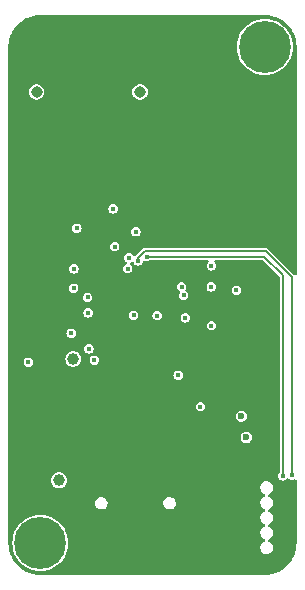
<source format=gbr>
%TF.GenerationSoftware,KiCad,Pcbnew,7.0.2*%
%TF.CreationDate,2023-10-19T19:02:44-04:00*%
%TF.ProjectId,XBee_Joint,58426565-5f4a-46f6-996e-742e6b696361,rev?*%
%TF.SameCoordinates,Original*%
%TF.FileFunction,Copper,L3,Inr*%
%TF.FilePolarity,Positive*%
%FSLAX46Y46*%
G04 Gerber Fmt 4.6, Leading zero omitted, Abs format (unit mm)*
G04 Created by KiCad (PCBNEW 7.0.2) date 2023-10-19 19:02:44*
%MOMM*%
%LPD*%
G01*
G04 APERTURE LIST*
%TA.AperFunction,ComponentPad*%
%ADD10C,4.400000*%
%TD*%
%TA.AperFunction,ComponentPad*%
%ADD11O,1.000000X1.800000*%
%TD*%
%TA.AperFunction,ComponentPad*%
%ADD12O,1.000000X2.100000*%
%TD*%
%TA.AperFunction,ComponentPad*%
%ADD13C,0.600000*%
%TD*%
%TA.AperFunction,ComponentPad*%
%ADD14C,0.970000*%
%TD*%
%TA.AperFunction,ViaPad*%
%ADD15C,0.450000*%
%TD*%
%TA.AperFunction,ViaPad*%
%ADD16C,1.000000*%
%TD*%
%TA.AperFunction,ViaPad*%
%ADD17C,0.600000*%
%TD*%
%TA.AperFunction,Conductor*%
%ADD18C,0.200000*%
%TD*%
G04 APERTURE END LIST*
D10*
%TO.N,N/C*%
%TO.C,H2*%
X88290000Y-104970000D03*
%TD*%
%TO.N,N/C*%
%TO.C,H1*%
X69290000Y-146970000D03*
%TD*%
D11*
%TO.N,GND*%
%TO.C,J2*%
X73020000Y-147295000D03*
D12*
X81660000Y-143115000D03*
D11*
X81660000Y-147295000D03*
D12*
X73020000Y-143115000D03*
%TD*%
D13*
%TO.N,GND*%
%TO.C,U1*%
X80260000Y-126585000D03*
X78985000Y-126585000D03*
X77710000Y-126585000D03*
X80260000Y-125310000D03*
X78985000Y-125310000D03*
X77710000Y-125310000D03*
X80260000Y-124035000D03*
X78985000Y-124035000D03*
X77710000Y-124035000D03*
%TD*%
D14*
%TO.N,N/C*%
%TO.C,AE1*%
X77730000Y-108800000D03*
X68970000Y-108800000D03*
%TD*%
D15*
%TO.N,+3V3*%
X75450000Y-118690000D03*
D16*
%TO.N,GND*%
X68500000Y-141980000D03*
D15*
X89358500Y-131270000D03*
X81160000Y-102840000D03*
X81210000Y-103870000D03*
X81260000Y-104990000D03*
X81290000Y-106130000D03*
X81270000Y-107270000D03*
X81270000Y-108640000D03*
X81320000Y-110060000D03*
X81260000Y-111500000D03*
X81240000Y-112880000D03*
X81270000Y-114310000D03*
X81300000Y-115580000D03*
X80110000Y-115630000D03*
X78780000Y-115630000D03*
X77410000Y-115480000D03*
X75970000Y-115670000D03*
X74470000Y-115690000D03*
X72850000Y-115650000D03*
X71180000Y-115650000D03*
X69410000Y-115670000D03*
X68160000Y-115650000D03*
X66930000Y-115630000D03*
X71610000Y-102570000D03*
X71520000Y-103550000D03*
X71520000Y-104450000D03*
X71530000Y-105290000D03*
X71550000Y-106160000D03*
X71570000Y-107020000D03*
X71580000Y-107930000D03*
X72340000Y-108480000D03*
X72410000Y-109370000D03*
X71990000Y-110120000D03*
X71830000Y-111080000D03*
X71830000Y-112070000D03*
X71830000Y-113110000D03*
X71940000Y-114120000D03*
X72560000Y-114590000D03*
X73550000Y-114550000D03*
X74290000Y-114040000D03*
X74360000Y-113000000D03*
X74360000Y-112020000D03*
X74330000Y-111070000D03*
X74330000Y-110080000D03*
X74220000Y-109260000D03*
X74230000Y-108460000D03*
X75130000Y-107790000D03*
X75120000Y-106930000D03*
X75120000Y-106080000D03*
X75110000Y-105230000D03*
X75120000Y-104400000D03*
X75110000Y-103560000D03*
X75030000Y-102610000D03*
X69880000Y-131790000D03*
%TO.N,+3V3*%
X68270000Y-131660000D03*
D16*
X72080000Y-131400000D03*
X70870000Y-141670000D03*
D15*
%TO.N,GND*%
X85680000Y-141160000D03*
X84140000Y-141210000D03*
X82580000Y-140930000D03*
X85990000Y-146330000D03*
X85990000Y-142500000D03*
%TO.N,/RP_SWD*%
X90600000Y-141260000D03*
%TO.N,/RP_SWCLK*%
X89810000Y-141300000D03*
%TO.N,+1V1*%
X77380000Y-120630000D03*
%TO.N,GND*%
X76570000Y-118760000D03*
X79030000Y-119820000D03*
X81500000Y-116470000D03*
X81540000Y-117420000D03*
X90487200Y-116202800D03*
X84400000Y-126030000D03*
%TO.N,+3V3*%
X83760000Y-125300000D03*
X85890000Y-125580000D03*
X83780000Y-128570000D03*
%TO.N,GND*%
X80930000Y-136440000D03*
D17*
%TO.N,VBUS*%
X86720000Y-138040000D03*
X86300000Y-136250000D03*
D15*
%TO.N,GND*%
X79190000Y-133470000D03*
X80160000Y-133960000D03*
X81760000Y-135320000D03*
%TO.N,+3V3*%
X82850000Y-135430000D03*
D17*
%TO.N,GND*%
X83890000Y-136150000D03*
X86420000Y-124880000D03*
D15*
X80330000Y-120770000D03*
%TO.N,+3V3*%
X72390000Y-120330000D03*
%TO.N,GND*%
X74720000Y-119280000D03*
X74490000Y-120220000D03*
%TO.N,Net-(U1-RUN)*%
X75590000Y-121880000D03*
X76790000Y-122830000D03*
%TO.N,/RP_SWD*%
X77570000Y-123090000D03*
%TO.N,/RP_SWCLK*%
X78280000Y-122740000D03*
%TO.N,+1V1*%
X79180000Y-127730000D03*
X77180000Y-127700000D03*
%TO.N,+3V3*%
X73400000Y-130550000D03*
%TO.N,GND*%
X74960000Y-132520000D03*
X73980000Y-132440000D03*
%TO.N,+3V3*%
X73860000Y-131490000D03*
%TO.N,GND*%
X72350000Y-129930000D03*
X72520000Y-128430000D03*
%TO.N,+3V3*%
X73340000Y-127500000D03*
X73290000Y-126180000D03*
%TO.N,GND*%
X85580000Y-124480000D03*
%TO.N,/DRF_DIO1*%
X81421500Y-125990000D03*
%TO.N,/DRF_BUSY*%
X81250000Y-125280000D03*
%TO.N,/DRF_SW*%
X83780000Y-123520000D03*
%TO.N,/DRF_TXEN*%
X81565483Y-127915483D03*
%TO.N,GND*%
X74300000Y-127150000D03*
%TO.N,/DRF_MISO*%
X71900000Y-129220000D03*
%TO.N,/DRF_MOSI*%
X72115000Y-125395000D03*
%TO.N,/DRF_CS*%
X76690000Y-123740000D03*
%TO.N,/DRF_CLK*%
X72140000Y-123770000D03*
%TO.N,GND*%
X79430000Y-138370000D03*
X75230000Y-138390000D03*
%TO.N,+3V3*%
X80950000Y-132765000D03*
%TD*%
D18*
%TO.N,/RP_SWD*%
X77570000Y-122810775D02*
X77570000Y-123090000D01*
X78110775Y-122270000D02*
X77570000Y-122810775D01*
X88380000Y-122270000D02*
X78110775Y-122270000D01*
X90600000Y-124490000D02*
X88380000Y-122270000D01*
X90600000Y-141260000D02*
X90600000Y-124490000D01*
%TO.N,/RP_SWCLK*%
X88260000Y-122740000D02*
X78280000Y-122740000D01*
X89810000Y-141300000D02*
X89810000Y-124290000D01*
X89810000Y-124290000D02*
X88260000Y-122740000D01*
%TD*%
%TA.AperFunction,Conductor*%
%TO.N,GND*%
G36*
X88293472Y-102270695D02*
G01*
X88585306Y-102287084D01*
X88599103Y-102288638D01*
X88883827Y-102337015D01*
X88897384Y-102340109D01*
X89174899Y-102420060D01*
X89188025Y-102424653D01*
X89454841Y-102535172D01*
X89467355Y-102541198D01*
X89601845Y-102615528D01*
X89720125Y-102680899D01*
X89731899Y-102688297D01*
X89967430Y-102855415D01*
X89978302Y-102864085D01*
X90030672Y-102910886D01*
X90193642Y-103056524D01*
X90203473Y-103066355D01*
X90220422Y-103085321D01*
X90395914Y-103281697D01*
X90404584Y-103292569D01*
X90571702Y-103528100D01*
X90579100Y-103539874D01*
X90718797Y-103792637D01*
X90724830Y-103805165D01*
X90835346Y-104071975D01*
X90839939Y-104085100D01*
X90919890Y-104362615D01*
X90922984Y-104376172D01*
X90971359Y-104660885D01*
X90972916Y-104674703D01*
X90989305Y-104966527D01*
X90989500Y-104973480D01*
X90989500Y-124192941D01*
X90969815Y-124259980D01*
X90917011Y-124305735D01*
X90847853Y-124315679D01*
X90796610Y-124296044D01*
X90782591Y-124286677D01*
X90763800Y-124271255D01*
X88598744Y-122106199D01*
X88583323Y-122087408D01*
X88575019Y-122074981D01*
X88562590Y-122066676D01*
X88562589Y-122066675D01*
X88518872Y-122037464D01*
X88485543Y-122015194D01*
X88406640Y-121999500D01*
X88379999Y-121994200D01*
X88365340Y-121997117D01*
X88341149Y-121999500D01*
X78149625Y-121999500D01*
X78125436Y-121997118D01*
X78110775Y-121994202D01*
X78096114Y-121997118D01*
X78096104Y-121997118D01*
X78005231Y-122015195D01*
X77915754Y-122074981D01*
X77907449Y-122087411D01*
X77892030Y-122106199D01*
X77406198Y-122592030D01*
X77387413Y-122607448D01*
X77374981Y-122615755D01*
X77359893Y-122638336D01*
X77359609Y-122638760D01*
X77350525Y-122652354D01*
X77296909Y-122697155D01*
X77227583Y-122705857D01*
X77164558Y-122675697D01*
X77136943Y-122639749D01*
X77113955Y-122594632D01*
X77025368Y-122506045D01*
X76913738Y-122449167D01*
X76789999Y-122429569D01*
X76666261Y-122449167D01*
X76554631Y-122506045D01*
X76466045Y-122594631D01*
X76409167Y-122706261D01*
X76389569Y-122830000D01*
X76409167Y-122953738D01*
X76466045Y-123065368D01*
X76568520Y-123167843D01*
X76566758Y-123169604D01*
X76595775Y-123197004D01*
X76612576Y-123264824D01*
X76590043Y-123330961D01*
X76544984Y-123370008D01*
X76454631Y-123416045D01*
X76366045Y-123504631D01*
X76309167Y-123616261D01*
X76289569Y-123739999D01*
X76309167Y-123863738D01*
X76366045Y-123975368D01*
X76454631Y-124063954D01*
X76454633Y-124063955D01*
X76566260Y-124120832D01*
X76690000Y-124140430D01*
X76813740Y-124120832D01*
X76925367Y-124063955D01*
X77013955Y-123975367D01*
X77070832Y-123863740D01*
X77090430Y-123740000D01*
X77070832Y-123616260D01*
X77013955Y-123504633D01*
X77013954Y-123504631D01*
X76911480Y-123402157D01*
X76913240Y-123400396D01*
X76884221Y-123372990D01*
X76867424Y-123305169D01*
X76889959Y-123239033D01*
X76935012Y-123199992D01*
X77020739Y-123156312D01*
X77089407Y-123143417D01*
X77154148Y-123169693D01*
X77187518Y-123210503D01*
X77246045Y-123325368D01*
X77334631Y-123413954D01*
X77334633Y-123413955D01*
X77446260Y-123470832D01*
X77570000Y-123490430D01*
X77693740Y-123470832D01*
X77805367Y-123413955D01*
X77893955Y-123325367D01*
X77950832Y-123213740D01*
X77953090Y-123199486D01*
X77983019Y-123136351D01*
X78042330Y-123099419D01*
X78112193Y-123100417D01*
X78131858Y-123108398D01*
X78156260Y-123120832D01*
X78280000Y-123140430D01*
X78403740Y-123120832D01*
X78515367Y-123063955D01*
X78515368Y-123063953D01*
X78532504Y-123046819D01*
X78593827Y-123013334D01*
X78620185Y-123010500D01*
X83430815Y-123010500D01*
X83497854Y-123030185D01*
X83543609Y-123082989D01*
X83553553Y-123152147D01*
X83524528Y-123215703D01*
X83518496Y-123222181D01*
X83456045Y-123284631D01*
X83399167Y-123396261D01*
X83379569Y-123520000D01*
X83399167Y-123643738D01*
X83456045Y-123755368D01*
X83544631Y-123843954D01*
X83544633Y-123843955D01*
X83656260Y-123900832D01*
X83780000Y-123920430D01*
X83903740Y-123900832D01*
X84015367Y-123843955D01*
X84103955Y-123755367D01*
X84160832Y-123643740D01*
X84180430Y-123520000D01*
X84160832Y-123396260D01*
X84103955Y-123284633D01*
X84103954Y-123284631D01*
X84041504Y-123222181D01*
X84008019Y-123160858D01*
X84013003Y-123091166D01*
X84054875Y-123035233D01*
X84120339Y-123010816D01*
X84129185Y-123010500D01*
X88096593Y-123010500D01*
X88163632Y-123030185D01*
X88184274Y-123046819D01*
X89503181Y-124365726D01*
X89536666Y-124427049D01*
X89539500Y-124453407D01*
X89539500Y-140959815D01*
X89519815Y-141026854D01*
X89503181Y-141047496D01*
X89486045Y-141064631D01*
X89429167Y-141176261D01*
X89409569Y-141299999D01*
X89429167Y-141423738D01*
X89486045Y-141535368D01*
X89574631Y-141623954D01*
X89574633Y-141623955D01*
X89686260Y-141680832D01*
X89810000Y-141700430D01*
X89933740Y-141680832D01*
X90045367Y-141623955D01*
X90085368Y-141583954D01*
X90137319Y-141532004D01*
X90198642Y-141498519D01*
X90268334Y-141503503D01*
X90312681Y-141532004D01*
X90364631Y-141583954D01*
X90364633Y-141583955D01*
X90476260Y-141640832D01*
X90600000Y-141660430D01*
X90723740Y-141640832D01*
X90809205Y-141597284D01*
X90877874Y-141584389D01*
X90942615Y-141610665D01*
X90982872Y-141667772D01*
X90989500Y-141707770D01*
X90989500Y-146966519D01*
X90989305Y-146973472D01*
X90972916Y-147265296D01*
X90971359Y-147279114D01*
X90922984Y-147563827D01*
X90919890Y-147577384D01*
X90839939Y-147854899D01*
X90835346Y-147868024D01*
X90724830Y-148134834D01*
X90718797Y-148147362D01*
X90579100Y-148400125D01*
X90571702Y-148411899D01*
X90404584Y-148647430D01*
X90395914Y-148658302D01*
X90203475Y-148873642D01*
X90193642Y-148883475D01*
X89978302Y-149075914D01*
X89967430Y-149084584D01*
X89731899Y-149251702D01*
X89720125Y-149259100D01*
X89467362Y-149398797D01*
X89454834Y-149404830D01*
X89188024Y-149515346D01*
X89174899Y-149519939D01*
X88897384Y-149599890D01*
X88883827Y-149602984D01*
X88599114Y-149651359D01*
X88585296Y-149652916D01*
X88293472Y-149669305D01*
X88286519Y-149669500D01*
X69293481Y-149669500D01*
X69286528Y-149669305D01*
X68994703Y-149652916D01*
X68980885Y-149651359D01*
X68696172Y-149602984D01*
X68682615Y-149599890D01*
X68405100Y-149519939D01*
X68391975Y-149515346D01*
X68125165Y-149404830D01*
X68112637Y-149398797D01*
X67859874Y-149259100D01*
X67848100Y-149251702D01*
X67612569Y-149084584D01*
X67601697Y-149075914D01*
X67386357Y-148883475D01*
X67376524Y-148873642D01*
X67361596Y-148856938D01*
X67184085Y-148658302D01*
X67175415Y-148647430D01*
X67008297Y-148411899D01*
X67000899Y-148400125D01*
X66865101Y-148154416D01*
X66861198Y-148147355D01*
X66855172Y-148134841D01*
X66753619Y-147889670D01*
X66744653Y-147868024D01*
X66740060Y-147854899D01*
X66660109Y-147577384D01*
X66657015Y-147563827D01*
X66644991Y-147493057D01*
X66608638Y-147279103D01*
X66607084Y-147265306D01*
X66590695Y-146973472D01*
X66590598Y-146970000D01*
X66914414Y-146970000D01*
X66934737Y-147280076D01*
X66935527Y-147284047D01*
X66935528Y-147284055D01*
X66994567Y-147580863D01*
X66994569Y-147580870D01*
X66995360Y-147584847D01*
X66996660Y-147588678D01*
X66996664Y-147588691D01*
X67086990Y-147854780D01*
X67095245Y-147879097D01*
X67097038Y-147882733D01*
X67097041Y-147882740D01*
X67230886Y-148154153D01*
X67230892Y-148154164D01*
X67232682Y-148157793D01*
X67234933Y-148161162D01*
X67234936Y-148161167D01*
X67403061Y-148412783D01*
X67405321Y-148416165D01*
X67407996Y-148419215D01*
X67408002Y-148419223D01*
X67452929Y-148470452D01*
X67610207Y-148649793D01*
X67613255Y-148652466D01*
X67840776Y-148851997D01*
X67840782Y-148852001D01*
X67843835Y-148854679D01*
X68102207Y-149027318D01*
X68105840Y-149029109D01*
X68105846Y-149029113D01*
X68377259Y-149162958D01*
X68380903Y-149164755D01*
X68592195Y-149236479D01*
X68671308Y-149263335D01*
X68671310Y-149263335D01*
X68675153Y-149264640D01*
X68979924Y-149325263D01*
X69290000Y-149345586D01*
X69600076Y-149325263D01*
X69904847Y-149264640D01*
X70199097Y-149164755D01*
X70477793Y-149027318D01*
X70736165Y-148854679D01*
X70969793Y-148649793D01*
X71174679Y-148416165D01*
X71347318Y-148157793D01*
X71484755Y-147879097D01*
X71584640Y-147584847D01*
X71617844Y-147417922D01*
X87900118Y-147417922D01*
X87930907Y-147566083D01*
X87930907Y-147566084D01*
X87930908Y-147566085D01*
X88000529Y-147700447D01*
X88055474Y-147759278D01*
X88103821Y-147811045D01*
X88127434Y-147825404D01*
X88233118Y-147889672D01*
X88378835Y-147930500D01*
X88378837Y-147930500D01*
X88487921Y-147930500D01*
X88492158Y-147930500D01*
X88604420Y-147915070D01*
X88743220Y-147854780D01*
X88860608Y-147759278D01*
X88947877Y-147635647D01*
X88998554Y-147493056D01*
X89008881Y-147342079D01*
X88996823Y-147284055D01*
X88978092Y-147193916D01*
X88978092Y-147193915D01*
X88908471Y-147059553D01*
X88805180Y-146948956D01*
X88805179Y-146948955D01*
X88805178Y-146948954D01*
X88718981Y-146896537D01*
X88675882Y-146870328D01*
X88653157Y-146863960D01*
X88593916Y-146826920D01*
X88564105Y-146763729D01*
X88573189Y-146694453D01*
X88618285Y-146641085D01*
X88637209Y-146630827D01*
X88743220Y-146584780D01*
X88860608Y-146489278D01*
X88947877Y-146365647D01*
X88998554Y-146223056D01*
X89008881Y-146072079D01*
X89005801Y-146057259D01*
X88978092Y-145923916D01*
X88978092Y-145923915D01*
X88908471Y-145789553D01*
X88805180Y-145678956D01*
X88805179Y-145678955D01*
X88805178Y-145678954D01*
X88718981Y-145626537D01*
X88675882Y-145600328D01*
X88653157Y-145593960D01*
X88593916Y-145556920D01*
X88564105Y-145493729D01*
X88573189Y-145424453D01*
X88618285Y-145371085D01*
X88637209Y-145360827D01*
X88743220Y-145314780D01*
X88860608Y-145219278D01*
X88947877Y-145095647D01*
X88998554Y-144953056D01*
X89008881Y-144802079D01*
X89003033Y-144773939D01*
X88982548Y-144675360D01*
X88978092Y-144653915D01*
X88908471Y-144519553D01*
X88805180Y-144408956D01*
X88805179Y-144408955D01*
X88805178Y-144408954D01*
X88718981Y-144356537D01*
X88675882Y-144330328D01*
X88653157Y-144323960D01*
X88593916Y-144286920D01*
X88564105Y-144223729D01*
X88573189Y-144154453D01*
X88618285Y-144101085D01*
X88637209Y-144090827D01*
X88743220Y-144044780D01*
X88860608Y-143949278D01*
X88947877Y-143825647D01*
X88998554Y-143683056D01*
X89008881Y-143532079D01*
X89003686Y-143507081D01*
X88978092Y-143383916D01*
X88978092Y-143383915D01*
X88908471Y-143249553D01*
X88805180Y-143138956D01*
X88805179Y-143138955D01*
X88805178Y-143138954D01*
X88718981Y-143086537D01*
X88675882Y-143060328D01*
X88653157Y-143053960D01*
X88593916Y-143016920D01*
X88564105Y-142953729D01*
X88573189Y-142884453D01*
X88618285Y-142831085D01*
X88637209Y-142820827D01*
X88743220Y-142774780D01*
X88860608Y-142679278D01*
X88947877Y-142555647D01*
X88998554Y-142413056D01*
X89008881Y-142262079D01*
X89001355Y-142225864D01*
X88978092Y-142113916D01*
X88978092Y-142113915D01*
X88908471Y-141979553D01*
X88805180Y-141868956D01*
X88805179Y-141868955D01*
X88805178Y-141868954D01*
X88718981Y-141816537D01*
X88675882Y-141790328D01*
X88530165Y-141749500D01*
X88416842Y-141749500D01*
X88412658Y-141750075D01*
X88412644Y-141750076D01*
X88304579Y-141764930D01*
X88165780Y-141825219D01*
X88048392Y-141920721D01*
X87961121Y-142044354D01*
X87910446Y-142186942D01*
X87900118Y-142337922D01*
X87930907Y-142486083D01*
X87930907Y-142486084D01*
X87930908Y-142486085D01*
X88000529Y-142620447D01*
X88055474Y-142679278D01*
X88103821Y-142731045D01*
X88168468Y-142770358D01*
X88233118Y-142809672D01*
X88255840Y-142816038D01*
X88315081Y-142853078D01*
X88344894Y-142916268D01*
X88335811Y-142985544D01*
X88290716Y-143038913D01*
X88271788Y-143049173D01*
X88165779Y-143095220D01*
X88048392Y-143190721D01*
X87961121Y-143314354D01*
X87910446Y-143456942D01*
X87900118Y-143607922D01*
X87930907Y-143756083D01*
X87930907Y-143756084D01*
X87930908Y-143756085D01*
X88000529Y-143890447D01*
X88028966Y-143920895D01*
X88103821Y-144001045D01*
X88168468Y-144040357D01*
X88233118Y-144079672D01*
X88255840Y-144086038D01*
X88315081Y-144123078D01*
X88344894Y-144186268D01*
X88335811Y-144255544D01*
X88290716Y-144308913D01*
X88271788Y-144319173D01*
X88165779Y-144365220D01*
X88048392Y-144460721D01*
X87961121Y-144584354D01*
X87910446Y-144726942D01*
X87900118Y-144877922D01*
X87930907Y-145026083D01*
X87930907Y-145026084D01*
X87930908Y-145026085D01*
X88000529Y-145160447D01*
X88055474Y-145219278D01*
X88103821Y-145271045D01*
X88130935Y-145287533D01*
X88233118Y-145349672D01*
X88255840Y-145356038D01*
X88315081Y-145393078D01*
X88344894Y-145456268D01*
X88335811Y-145525544D01*
X88290716Y-145578913D01*
X88271788Y-145589173D01*
X88165779Y-145635220D01*
X88048392Y-145730721D01*
X87961121Y-145854354D01*
X87910446Y-145996942D01*
X87900118Y-146147922D01*
X87930907Y-146296083D01*
X87930907Y-146296084D01*
X87930908Y-146296085D01*
X88000529Y-146430447D01*
X88055474Y-146489278D01*
X88103821Y-146541045D01*
X88168468Y-146580357D01*
X88233118Y-146619672D01*
X88255840Y-146626038D01*
X88315081Y-146663078D01*
X88344894Y-146726268D01*
X88335811Y-146795544D01*
X88290716Y-146848913D01*
X88271788Y-146859173D01*
X88165779Y-146905220D01*
X88048392Y-147000721D01*
X87961121Y-147124354D01*
X87910446Y-147266942D01*
X87900118Y-147417922D01*
X71617844Y-147417922D01*
X71645263Y-147280076D01*
X71665586Y-146970000D01*
X71645263Y-146659924D01*
X71584640Y-146355153D01*
X71484755Y-146060903D01*
X71417201Y-145923916D01*
X71349113Y-145785846D01*
X71349109Y-145785840D01*
X71347318Y-145782207D01*
X71174679Y-145523835D01*
X71172001Y-145520782D01*
X71171997Y-145520776D01*
X70972466Y-145293255D01*
X70969793Y-145290207D01*
X70888914Y-145219278D01*
X70739223Y-145088002D01*
X70739215Y-145087996D01*
X70736165Y-145085321D01*
X70732783Y-145083061D01*
X70481167Y-144914936D01*
X70481162Y-144914933D01*
X70477793Y-144912682D01*
X70474164Y-144910892D01*
X70474153Y-144910886D01*
X70202740Y-144777041D01*
X70202733Y-144777038D01*
X70199097Y-144775245D01*
X70195250Y-144773939D01*
X69908691Y-144676664D01*
X69908678Y-144676660D01*
X69904847Y-144675360D01*
X69900870Y-144674569D01*
X69900863Y-144674567D01*
X69604055Y-144615528D01*
X69604047Y-144615527D01*
X69600076Y-144614737D01*
X69290000Y-144594414D01*
X69285957Y-144594679D01*
X68983966Y-144614472D01*
X68983964Y-144614472D01*
X68979924Y-144614737D01*
X68975954Y-144615526D01*
X68975944Y-144615528D01*
X68679136Y-144674567D01*
X68679125Y-144674569D01*
X68675153Y-144675360D01*
X68671324Y-144676659D01*
X68671308Y-144676664D01*
X68384749Y-144773939D01*
X68384742Y-144773941D01*
X68380903Y-144775245D01*
X68377271Y-144777035D01*
X68377259Y-144777041D01*
X68105846Y-144910886D01*
X68105828Y-144910895D01*
X68102207Y-144912682D01*
X68098844Y-144914928D01*
X68098832Y-144914936D01*
X67847216Y-145083061D01*
X67847207Y-145083067D01*
X67843835Y-145085321D01*
X67840791Y-145087990D01*
X67840776Y-145088002D01*
X67613255Y-145287533D01*
X67613247Y-145287540D01*
X67610207Y-145290207D01*
X67607540Y-145293247D01*
X67607533Y-145293255D01*
X67408002Y-145520776D01*
X67407990Y-145520791D01*
X67405321Y-145523835D01*
X67403067Y-145527207D01*
X67403061Y-145527216D01*
X67234936Y-145778832D01*
X67234928Y-145778844D01*
X67232682Y-145782207D01*
X67230895Y-145785828D01*
X67230886Y-145785846D01*
X67097041Y-146057259D01*
X67097035Y-146057271D01*
X67095245Y-146060903D01*
X67093941Y-146064742D01*
X67093939Y-146064749D01*
X66996664Y-146351308D01*
X66996659Y-146351324D01*
X66995360Y-146355153D01*
X66994569Y-146359125D01*
X66994567Y-146359136D01*
X66935528Y-146655944D01*
X66935526Y-146655954D01*
X66934737Y-146659924D01*
X66914414Y-146970000D01*
X66590598Y-146970000D01*
X66590500Y-146966519D01*
X66590500Y-146871051D01*
X66590499Y-146871042D01*
X66590499Y-143651197D01*
X73920796Y-143651197D01*
X73950186Y-143792634D01*
X74016646Y-143920896D01*
X74115244Y-144026469D01*
X74238670Y-144101526D01*
X74377772Y-144140500D01*
X74481712Y-144140500D01*
X74485949Y-144140500D01*
X74593111Y-144125771D01*
X74725609Y-144068219D01*
X74837665Y-143977054D01*
X74920971Y-143859037D01*
X74969346Y-143722921D01*
X74974252Y-143651197D01*
X79700796Y-143651197D01*
X79730186Y-143792634D01*
X79796646Y-143920896D01*
X79895244Y-144026469D01*
X80018670Y-144101526D01*
X80157772Y-144140500D01*
X80261712Y-144140500D01*
X80265949Y-144140500D01*
X80373111Y-144125771D01*
X80505609Y-144068219D01*
X80617665Y-143977054D01*
X80700971Y-143859037D01*
X80749346Y-143722921D01*
X80759204Y-143578801D01*
X80729814Y-143437366D01*
X80663354Y-143309105D01*
X80663353Y-143309103D01*
X80564755Y-143203530D01*
X80441329Y-143128473D01*
X80302228Y-143089500D01*
X80194051Y-143089500D01*
X80189867Y-143090075D01*
X80189853Y-143090076D01*
X80086889Y-143104229D01*
X79954391Y-143161781D01*
X79842333Y-143252946D01*
X79759030Y-143370960D01*
X79710653Y-143507081D01*
X79700796Y-143651197D01*
X74974252Y-143651197D01*
X74979204Y-143578801D01*
X74949814Y-143437366D01*
X74883354Y-143309105D01*
X74883353Y-143309103D01*
X74784755Y-143203530D01*
X74661329Y-143128473D01*
X74522228Y-143089500D01*
X74414051Y-143089500D01*
X74409867Y-143090075D01*
X74409853Y-143090076D01*
X74306889Y-143104229D01*
X74174391Y-143161781D01*
X74062333Y-143252946D01*
X73979030Y-143370960D01*
X73930653Y-143507081D01*
X73920796Y-143651197D01*
X66590499Y-143651197D01*
X66590499Y-141670000D01*
X70194574Y-141670000D01*
X70214202Y-141831640D01*
X70271941Y-141983886D01*
X70364437Y-142117891D01*
X70486312Y-142225862D01*
X70486313Y-142225862D01*
X70486315Y-142225864D01*
X70630491Y-142301533D01*
X70788587Y-142340500D01*
X70788588Y-142340500D01*
X70951412Y-142340500D01*
X70951413Y-142340500D01*
X71109509Y-142301533D01*
X71253685Y-142225864D01*
X71375563Y-142117890D01*
X71468059Y-141983886D01*
X71525798Y-141831640D01*
X71545425Y-141670000D01*
X71525798Y-141508360D01*
X71468059Y-141356114D01*
X71426549Y-141295977D01*
X71375562Y-141222108D01*
X71253687Y-141114137D01*
X71109507Y-141038466D01*
X70983854Y-141007496D01*
X70951413Y-140999500D01*
X70788587Y-140999500D01*
X70756146Y-141007496D01*
X70630492Y-141038466D01*
X70486312Y-141114137D01*
X70364437Y-141222108D01*
X70271941Y-141356113D01*
X70214202Y-141508359D01*
X70194574Y-141670000D01*
X66590499Y-141670000D01*
X66590499Y-138040000D01*
X86244662Y-138040000D01*
X86263917Y-138173920D01*
X86320118Y-138296984D01*
X86320119Y-138296985D01*
X86320120Y-138296987D01*
X86408720Y-138399236D01*
X86522537Y-138472383D01*
X86652352Y-138510500D01*
X86787648Y-138510500D01*
X86917463Y-138472383D01*
X87031280Y-138399236D01*
X87119880Y-138296987D01*
X87176083Y-138173918D01*
X87195338Y-138040000D01*
X87176083Y-137906082D01*
X87119880Y-137783013D01*
X87031280Y-137680764D01*
X87031279Y-137680763D01*
X86917463Y-137607617D01*
X86787648Y-137569500D01*
X86652352Y-137569500D01*
X86522536Y-137607617D01*
X86408720Y-137680763D01*
X86320118Y-137783015D01*
X86263917Y-137906079D01*
X86244662Y-138040000D01*
X66590499Y-138040000D01*
X66590499Y-136250000D01*
X85824662Y-136250000D01*
X85843917Y-136383920D01*
X85900118Y-136506984D01*
X85900119Y-136506985D01*
X85900120Y-136506987D01*
X85988720Y-136609236D01*
X86102537Y-136682383D01*
X86232352Y-136720500D01*
X86367648Y-136720500D01*
X86497463Y-136682383D01*
X86611280Y-136609236D01*
X86699880Y-136506987D01*
X86756083Y-136383918D01*
X86775338Y-136250000D01*
X86756083Y-136116082D01*
X86699880Y-135993013D01*
X86611280Y-135890764D01*
X86611279Y-135890763D01*
X86497463Y-135817617D01*
X86367648Y-135779500D01*
X86232352Y-135779500D01*
X86102536Y-135817617D01*
X85988720Y-135890763D01*
X85900118Y-135993015D01*
X85843917Y-136116079D01*
X85824662Y-136250000D01*
X66590499Y-136250000D01*
X66590499Y-135430000D01*
X82449569Y-135430000D01*
X82469167Y-135553738D01*
X82526045Y-135665368D01*
X82614631Y-135753954D01*
X82614633Y-135753955D01*
X82726260Y-135810832D01*
X82850000Y-135830430D01*
X82973740Y-135810832D01*
X83085367Y-135753955D01*
X83173955Y-135665367D01*
X83230832Y-135553740D01*
X83250430Y-135430000D01*
X83230832Y-135306260D01*
X83173955Y-135194633D01*
X83173954Y-135194631D01*
X83085368Y-135106045D01*
X82973738Y-135049167D01*
X82850000Y-135029569D01*
X82726261Y-135049167D01*
X82614631Y-135106045D01*
X82526045Y-135194631D01*
X82469167Y-135306261D01*
X82449569Y-135430000D01*
X66590499Y-135430000D01*
X66590499Y-132764999D01*
X80549569Y-132764999D01*
X80569167Y-132888738D01*
X80626045Y-133000368D01*
X80714631Y-133088954D01*
X80714633Y-133088955D01*
X80826260Y-133145832D01*
X80888129Y-133155631D01*
X80949999Y-133165430D01*
X80949999Y-133165429D01*
X80950000Y-133165430D01*
X81073740Y-133145832D01*
X81185367Y-133088955D01*
X81273955Y-133000367D01*
X81330832Y-132888740D01*
X81350430Y-132765000D01*
X81330832Y-132641260D01*
X81273955Y-132529633D01*
X81273954Y-132529631D01*
X81185368Y-132441045D01*
X81073738Y-132384167D01*
X80949999Y-132364569D01*
X80826261Y-132384167D01*
X80714631Y-132441045D01*
X80626045Y-132529631D01*
X80569167Y-132641261D01*
X80549569Y-132764999D01*
X66590499Y-132764999D01*
X66590499Y-131659999D01*
X67869569Y-131659999D01*
X67889167Y-131783738D01*
X67946045Y-131895368D01*
X68034631Y-131983954D01*
X68034633Y-131983955D01*
X68146260Y-132040832D01*
X68208130Y-132050630D01*
X68269999Y-132060430D01*
X68269999Y-132060429D01*
X68270000Y-132060430D01*
X68393740Y-132040832D01*
X68505367Y-131983955D01*
X68593955Y-131895367D01*
X68650832Y-131783740D01*
X68670430Y-131660000D01*
X68650832Y-131536260D01*
X68593955Y-131424633D01*
X68593954Y-131424631D01*
X68569322Y-131399999D01*
X71404574Y-131399999D01*
X71424202Y-131561640D01*
X71481941Y-131713886D01*
X71574437Y-131847891D01*
X71696312Y-131955862D01*
X71696313Y-131955862D01*
X71696315Y-131955864D01*
X71840491Y-132031533D01*
X71998587Y-132070500D01*
X71998588Y-132070500D01*
X72161412Y-132070500D01*
X72161413Y-132070500D01*
X72319509Y-132031533D01*
X72463685Y-131955864D01*
X72585563Y-131847890D01*
X72678059Y-131713886D01*
X72735798Y-131561640D01*
X72744497Y-131490000D01*
X73459569Y-131490000D01*
X73479167Y-131613738D01*
X73536045Y-131725368D01*
X73624631Y-131813954D01*
X73624633Y-131813955D01*
X73736260Y-131870832D01*
X73860000Y-131890430D01*
X73983740Y-131870832D01*
X74095367Y-131813955D01*
X74183955Y-131725367D01*
X74240832Y-131613740D01*
X74260430Y-131490000D01*
X74240832Y-131366260D01*
X74183955Y-131254633D01*
X74183954Y-131254631D01*
X74095368Y-131166045D01*
X73983738Y-131109167D01*
X73860000Y-131089569D01*
X73736261Y-131109167D01*
X73624631Y-131166045D01*
X73536045Y-131254631D01*
X73479167Y-131366261D01*
X73459569Y-131490000D01*
X72744497Y-131490000D01*
X72755425Y-131400000D01*
X72735798Y-131238360D01*
X72678059Y-131086114D01*
X72585563Y-130952110D01*
X72585562Y-130952108D01*
X72463687Y-130844137D01*
X72319507Y-130768466D01*
X72213124Y-130742245D01*
X72161413Y-130729500D01*
X71998587Y-130729500D01*
X71959621Y-130739104D01*
X71840492Y-130768466D01*
X71696312Y-130844137D01*
X71574437Y-130952108D01*
X71481941Y-131086113D01*
X71424202Y-131238359D01*
X71404574Y-131399999D01*
X68569322Y-131399999D01*
X68505368Y-131336045D01*
X68393738Y-131279167D01*
X68269999Y-131259569D01*
X68146261Y-131279167D01*
X68034631Y-131336045D01*
X67946045Y-131424631D01*
X67889167Y-131536261D01*
X67869569Y-131659999D01*
X66590499Y-131659999D01*
X66590499Y-130550000D01*
X72999569Y-130550000D01*
X73019167Y-130673738D01*
X73076045Y-130785368D01*
X73164631Y-130873954D01*
X73164633Y-130873955D01*
X73276260Y-130930832D01*
X73400000Y-130950430D01*
X73523740Y-130930832D01*
X73635367Y-130873955D01*
X73723955Y-130785367D01*
X73780832Y-130673740D01*
X73800430Y-130550000D01*
X73780832Y-130426260D01*
X73723955Y-130314633D01*
X73723954Y-130314631D01*
X73635368Y-130226045D01*
X73523738Y-130169167D01*
X73400000Y-130149569D01*
X73276261Y-130169167D01*
X73164631Y-130226045D01*
X73076045Y-130314631D01*
X73019167Y-130426261D01*
X72999569Y-130550000D01*
X66590499Y-130550000D01*
X66590499Y-129219999D01*
X71499569Y-129219999D01*
X71519167Y-129343738D01*
X71576045Y-129455368D01*
X71664631Y-129543954D01*
X71664633Y-129543955D01*
X71776260Y-129600832D01*
X71900000Y-129620430D01*
X72023740Y-129600832D01*
X72135367Y-129543955D01*
X72223955Y-129455367D01*
X72280832Y-129343740D01*
X72300430Y-129220000D01*
X72280832Y-129096260D01*
X72223955Y-128984633D01*
X72223954Y-128984631D01*
X72135368Y-128896045D01*
X72023738Y-128839167D01*
X71900000Y-128819569D01*
X71776261Y-128839167D01*
X71664631Y-128896045D01*
X71576045Y-128984631D01*
X71519167Y-129096261D01*
X71499569Y-129219999D01*
X66590499Y-129219999D01*
X66590499Y-128570000D01*
X83379569Y-128570000D01*
X83399167Y-128693738D01*
X83456045Y-128805368D01*
X83544631Y-128893954D01*
X83544633Y-128893955D01*
X83656260Y-128950832D01*
X83780000Y-128970430D01*
X83903740Y-128950832D01*
X84015367Y-128893955D01*
X84103955Y-128805367D01*
X84160832Y-128693740D01*
X84180430Y-128570000D01*
X84160832Y-128446260D01*
X84103955Y-128334633D01*
X84103954Y-128334631D01*
X84015368Y-128246045D01*
X83903738Y-128189167D01*
X83780000Y-128169569D01*
X83656261Y-128189167D01*
X83544631Y-128246045D01*
X83456045Y-128334631D01*
X83399167Y-128446261D01*
X83379569Y-128570000D01*
X66590499Y-128570000D01*
X66590499Y-127499999D01*
X72939569Y-127499999D01*
X72959167Y-127623738D01*
X73016045Y-127735368D01*
X73104631Y-127823954D01*
X73104633Y-127823955D01*
X73216260Y-127880832D01*
X73340000Y-127900430D01*
X73463740Y-127880832D01*
X73575367Y-127823955D01*
X73663955Y-127735367D01*
X73681976Y-127699999D01*
X76779569Y-127699999D01*
X76799167Y-127823738D01*
X76856045Y-127935368D01*
X76944631Y-128023954D01*
X76944633Y-128023955D01*
X77056260Y-128080832D01*
X77180000Y-128100430D01*
X77303740Y-128080832D01*
X77415367Y-128023955D01*
X77503955Y-127935367D01*
X77560832Y-127823740D01*
X77575679Y-127730000D01*
X78779569Y-127730000D01*
X78799167Y-127853738D01*
X78856045Y-127965368D01*
X78944631Y-128053954D01*
X78944633Y-128053955D01*
X79056260Y-128110832D01*
X79180000Y-128130430D01*
X79303740Y-128110832D01*
X79415367Y-128053955D01*
X79503955Y-127965367D01*
X79529372Y-127915483D01*
X81165052Y-127915483D01*
X81184650Y-128039221D01*
X81241528Y-128150851D01*
X81330114Y-128239437D01*
X81330116Y-128239438D01*
X81441743Y-128296315D01*
X81565483Y-128315913D01*
X81689223Y-128296315D01*
X81800850Y-128239438D01*
X81889438Y-128150850D01*
X81946315Y-128039223D01*
X81965913Y-127915483D01*
X81946315Y-127791743D01*
X81889438Y-127680116D01*
X81889437Y-127680114D01*
X81800851Y-127591528D01*
X81689221Y-127534650D01*
X81565483Y-127515052D01*
X81441744Y-127534650D01*
X81330114Y-127591528D01*
X81241528Y-127680114D01*
X81184650Y-127791744D01*
X81165052Y-127915483D01*
X79529372Y-127915483D01*
X79560832Y-127853740D01*
X79580430Y-127730000D01*
X79560832Y-127606260D01*
X79503955Y-127494633D01*
X79503954Y-127494631D01*
X79415368Y-127406045D01*
X79303738Y-127349167D01*
X79180000Y-127329569D01*
X79056261Y-127349167D01*
X78944631Y-127406045D01*
X78856045Y-127494631D01*
X78799167Y-127606261D01*
X78779569Y-127730000D01*
X77575679Y-127730000D01*
X77580430Y-127700000D01*
X77560832Y-127576260D01*
X77503955Y-127464633D01*
X77503954Y-127464631D01*
X77415368Y-127376045D01*
X77303738Y-127319167D01*
X77180000Y-127299569D01*
X77056261Y-127319167D01*
X76944631Y-127376045D01*
X76856045Y-127464631D01*
X76799167Y-127576261D01*
X76779569Y-127699999D01*
X73681976Y-127699999D01*
X73720832Y-127623740D01*
X73740430Y-127500000D01*
X73720832Y-127376260D01*
X73663955Y-127264633D01*
X73663954Y-127264631D01*
X73575368Y-127176045D01*
X73463738Y-127119167D01*
X73340000Y-127099569D01*
X73216261Y-127119167D01*
X73104631Y-127176045D01*
X73016045Y-127264631D01*
X72959167Y-127376261D01*
X72939569Y-127499999D01*
X66590499Y-127499999D01*
X66590499Y-126179999D01*
X72889569Y-126179999D01*
X72909167Y-126303738D01*
X72966045Y-126415368D01*
X73054631Y-126503954D01*
X73054633Y-126503955D01*
X73166260Y-126560832D01*
X73290000Y-126580430D01*
X73413740Y-126560832D01*
X73525367Y-126503955D01*
X73613955Y-126415367D01*
X73670832Y-126303740D01*
X73690430Y-126180000D01*
X73670832Y-126056260D01*
X73613955Y-125944633D01*
X73613954Y-125944631D01*
X73525368Y-125856045D01*
X73413738Y-125799167D01*
X73290000Y-125779569D01*
X73166261Y-125799167D01*
X73054631Y-125856045D01*
X72966045Y-125944631D01*
X72909167Y-126056261D01*
X72889569Y-126179999D01*
X66590499Y-126179999D01*
X66590499Y-125395000D01*
X71714569Y-125395000D01*
X71734167Y-125518738D01*
X71791045Y-125630368D01*
X71879631Y-125718954D01*
X71879633Y-125718955D01*
X71991260Y-125775832D01*
X72115000Y-125795430D01*
X72238740Y-125775832D01*
X72350367Y-125718955D01*
X72438955Y-125630367D01*
X72495832Y-125518740D01*
X72515430Y-125395000D01*
X72497216Y-125280000D01*
X80849569Y-125280000D01*
X80869167Y-125403738D01*
X80926045Y-125515368D01*
X81014632Y-125603955D01*
X81030920Y-125612254D01*
X81081716Y-125660228D01*
X81098512Y-125728049D01*
X81085111Y-125779033D01*
X81040667Y-125866259D01*
X81021069Y-125990000D01*
X81040667Y-126113738D01*
X81097545Y-126225368D01*
X81186131Y-126313954D01*
X81186133Y-126313955D01*
X81297760Y-126370832D01*
X81421500Y-126390430D01*
X81545240Y-126370832D01*
X81656867Y-126313955D01*
X81745455Y-126225367D01*
X81802332Y-126113740D01*
X81821930Y-125990000D01*
X81802332Y-125866260D01*
X81745455Y-125754633D01*
X81745454Y-125754631D01*
X81656867Y-125666044D01*
X81640578Y-125657745D01*
X81589782Y-125609771D01*
X81572986Y-125541951D01*
X81586386Y-125490968D01*
X81630832Y-125403740D01*
X81647263Y-125299999D01*
X83359569Y-125299999D01*
X83379167Y-125423738D01*
X83436045Y-125535368D01*
X83524631Y-125623954D01*
X83524633Y-125623955D01*
X83636260Y-125680832D01*
X83760000Y-125700430D01*
X83883740Y-125680832D01*
X83995367Y-125623955D01*
X84039323Y-125579999D01*
X85489569Y-125579999D01*
X85509167Y-125703738D01*
X85566045Y-125815368D01*
X85654631Y-125903954D01*
X85654633Y-125903955D01*
X85766260Y-125960832D01*
X85890000Y-125980430D01*
X86013740Y-125960832D01*
X86125367Y-125903955D01*
X86213955Y-125815367D01*
X86270832Y-125703740D01*
X86290430Y-125580000D01*
X86270832Y-125456260D01*
X86213955Y-125344633D01*
X86213954Y-125344631D01*
X86125368Y-125256045D01*
X86013738Y-125199167D01*
X85890000Y-125179569D01*
X85766261Y-125199167D01*
X85654631Y-125256045D01*
X85566045Y-125344631D01*
X85509167Y-125456261D01*
X85489569Y-125579999D01*
X84039323Y-125579999D01*
X84083955Y-125535367D01*
X84140832Y-125423740D01*
X84160430Y-125300000D01*
X84140832Y-125176260D01*
X84083955Y-125064633D01*
X84083954Y-125064631D01*
X83995368Y-124976045D01*
X83883738Y-124919167D01*
X83760000Y-124899569D01*
X83636261Y-124919167D01*
X83524631Y-124976045D01*
X83436045Y-125064631D01*
X83379167Y-125176261D01*
X83359569Y-125299999D01*
X81647263Y-125299999D01*
X81650430Y-125280000D01*
X81630832Y-125156260D01*
X81573955Y-125044633D01*
X81573954Y-125044631D01*
X81485368Y-124956045D01*
X81373738Y-124899167D01*
X81250000Y-124879569D01*
X81126261Y-124899167D01*
X81014631Y-124956045D01*
X80926045Y-125044631D01*
X80869167Y-125156261D01*
X80849569Y-125280000D01*
X72497216Y-125280000D01*
X72495832Y-125271260D01*
X72438955Y-125159633D01*
X72438954Y-125159631D01*
X72350368Y-125071045D01*
X72238738Y-125014167D01*
X72115000Y-124994569D01*
X71991261Y-125014167D01*
X71879631Y-125071045D01*
X71791045Y-125159631D01*
X71734167Y-125271261D01*
X71714569Y-125395000D01*
X66590499Y-125395000D01*
X66590499Y-123770000D01*
X71739569Y-123770000D01*
X71759167Y-123893738D01*
X71816045Y-124005368D01*
X71904631Y-124093954D01*
X71904633Y-124093955D01*
X72016260Y-124150832D01*
X72140000Y-124170430D01*
X72263740Y-124150832D01*
X72375367Y-124093955D01*
X72463955Y-124005367D01*
X72520832Y-123893740D01*
X72540430Y-123770000D01*
X72520832Y-123646260D01*
X72463955Y-123534633D01*
X72463954Y-123534631D01*
X72375368Y-123446045D01*
X72263738Y-123389167D01*
X72140000Y-123369569D01*
X72016261Y-123389167D01*
X71904631Y-123446045D01*
X71816045Y-123534631D01*
X71759167Y-123646261D01*
X71739569Y-123770000D01*
X66590499Y-123770000D01*
X66590499Y-121880000D01*
X75189569Y-121880000D01*
X75209167Y-122003738D01*
X75266045Y-122115368D01*
X75354631Y-122203954D01*
X75354633Y-122203955D01*
X75466260Y-122260832D01*
X75528130Y-122270631D01*
X75589999Y-122280430D01*
X75589999Y-122280429D01*
X75590000Y-122280430D01*
X75713740Y-122260832D01*
X75825367Y-122203955D01*
X75913955Y-122115367D01*
X75970832Y-122003740D01*
X75990430Y-121880000D01*
X75970832Y-121756260D01*
X75913955Y-121644633D01*
X75913954Y-121644631D01*
X75825368Y-121556045D01*
X75713738Y-121499167D01*
X75589999Y-121479569D01*
X75466261Y-121499167D01*
X75354631Y-121556045D01*
X75266045Y-121644631D01*
X75209167Y-121756261D01*
X75189569Y-121880000D01*
X66590499Y-121880000D01*
X66590499Y-120330000D01*
X71989569Y-120330000D01*
X72009167Y-120453738D01*
X72066045Y-120565368D01*
X72154631Y-120653954D01*
X72154633Y-120653955D01*
X72266260Y-120710832D01*
X72328129Y-120720631D01*
X72389999Y-120730430D01*
X72389999Y-120730429D01*
X72390000Y-120730430D01*
X72513740Y-120710832D01*
X72625367Y-120653955D01*
X72649322Y-120630000D01*
X76979569Y-120630000D01*
X76999167Y-120753738D01*
X77056045Y-120865368D01*
X77144631Y-120953954D01*
X77144633Y-120953955D01*
X77256260Y-121010832D01*
X77380000Y-121030430D01*
X77503740Y-121010832D01*
X77615367Y-120953955D01*
X77703955Y-120865367D01*
X77760832Y-120753740D01*
X77780430Y-120630000D01*
X77760832Y-120506260D01*
X77703955Y-120394633D01*
X77703954Y-120394631D01*
X77615368Y-120306045D01*
X77503738Y-120249167D01*
X77380000Y-120229569D01*
X77256261Y-120249167D01*
X77144631Y-120306045D01*
X77056045Y-120394631D01*
X76999167Y-120506261D01*
X76979569Y-120630000D01*
X72649322Y-120630000D01*
X72713955Y-120565367D01*
X72770832Y-120453740D01*
X72790430Y-120330000D01*
X72770832Y-120206260D01*
X72713955Y-120094633D01*
X72713954Y-120094631D01*
X72625368Y-120006045D01*
X72513738Y-119949167D01*
X72389999Y-119929569D01*
X72266261Y-119949167D01*
X72154631Y-120006045D01*
X72066045Y-120094631D01*
X72009167Y-120206261D01*
X71989569Y-120330000D01*
X66590499Y-120330000D01*
X66590499Y-118690000D01*
X75049569Y-118690000D01*
X75069167Y-118813738D01*
X75126045Y-118925368D01*
X75214631Y-119013954D01*
X75214633Y-119013955D01*
X75326260Y-119070832D01*
X75450000Y-119090430D01*
X75573740Y-119070832D01*
X75685367Y-119013955D01*
X75773955Y-118925367D01*
X75830832Y-118813740D01*
X75850430Y-118690000D01*
X75830832Y-118566260D01*
X75773955Y-118454633D01*
X75773954Y-118454631D01*
X75685368Y-118366045D01*
X75573738Y-118309167D01*
X75450000Y-118289569D01*
X75326261Y-118309167D01*
X75214631Y-118366045D01*
X75126045Y-118454631D01*
X75069167Y-118566261D01*
X75049569Y-118690000D01*
X66590499Y-118690000D01*
X66590499Y-115990000D01*
X81780000Y-115990000D01*
X81780000Y-104970000D01*
X85914414Y-104970000D01*
X85934737Y-105280076D01*
X85935527Y-105284047D01*
X85935528Y-105284055D01*
X85994567Y-105580863D01*
X85994569Y-105580870D01*
X85995360Y-105584847D01*
X85996660Y-105588678D01*
X85996664Y-105588691D01*
X86093939Y-105875250D01*
X86095245Y-105879097D01*
X86097038Y-105882733D01*
X86097041Y-105882740D01*
X86230886Y-106154153D01*
X86230892Y-106154164D01*
X86232682Y-106157793D01*
X86405321Y-106416165D01*
X86407996Y-106419215D01*
X86408002Y-106419223D01*
X86607533Y-106646744D01*
X86610207Y-106649793D01*
X86613255Y-106652466D01*
X86840776Y-106851997D01*
X86840782Y-106852001D01*
X86843835Y-106854679D01*
X87102207Y-107027318D01*
X87105840Y-107029109D01*
X87105846Y-107029113D01*
X87377259Y-107162958D01*
X87380903Y-107164755D01*
X87592195Y-107236479D01*
X87671308Y-107263335D01*
X87671310Y-107263335D01*
X87675153Y-107264640D01*
X87979924Y-107325263D01*
X88290000Y-107345586D01*
X88600076Y-107325263D01*
X88904847Y-107264640D01*
X89199097Y-107164755D01*
X89477793Y-107027318D01*
X89736165Y-106854679D01*
X89969793Y-106649793D01*
X90174679Y-106416165D01*
X90347318Y-106157793D01*
X90484755Y-105879097D01*
X90584640Y-105584847D01*
X90645263Y-105280076D01*
X90665586Y-104970000D01*
X90645263Y-104659924D01*
X90584640Y-104355153D01*
X90484755Y-104060903D01*
X90355467Y-103798731D01*
X90349113Y-103785846D01*
X90349109Y-103785840D01*
X90347318Y-103782207D01*
X90174679Y-103523835D01*
X90172001Y-103520782D01*
X90171997Y-103520776D01*
X89972466Y-103293255D01*
X89969793Y-103290207D01*
X89960089Y-103281697D01*
X89739223Y-103088002D01*
X89739215Y-103087996D01*
X89736165Y-103085321D01*
X89732783Y-103083061D01*
X89481167Y-102914936D01*
X89481162Y-102914933D01*
X89477793Y-102912682D01*
X89474164Y-102910892D01*
X89474153Y-102910886D01*
X89202740Y-102777041D01*
X89202733Y-102777038D01*
X89199097Y-102775245D01*
X89195250Y-102773939D01*
X88908691Y-102676664D01*
X88908678Y-102676660D01*
X88904847Y-102675360D01*
X88900870Y-102674569D01*
X88900863Y-102674567D01*
X88604055Y-102615528D01*
X88604047Y-102615527D01*
X88600076Y-102614737D01*
X88290000Y-102594414D01*
X88285957Y-102594679D01*
X87983966Y-102614472D01*
X87983964Y-102614472D01*
X87979924Y-102614737D01*
X87975954Y-102615526D01*
X87975944Y-102615528D01*
X87679136Y-102674567D01*
X87679125Y-102674569D01*
X87675153Y-102675360D01*
X87671324Y-102676659D01*
X87671308Y-102676664D01*
X87384749Y-102773939D01*
X87384742Y-102773941D01*
X87380903Y-102775245D01*
X87377271Y-102777035D01*
X87377259Y-102777041D01*
X87105846Y-102910886D01*
X87105828Y-102910895D01*
X87102207Y-102912682D01*
X87098844Y-102914928D01*
X87098832Y-102914936D01*
X86847216Y-103083061D01*
X86847207Y-103083067D01*
X86843835Y-103085321D01*
X86840791Y-103087990D01*
X86840776Y-103088002D01*
X86613255Y-103287533D01*
X86613247Y-103287540D01*
X86610207Y-103290207D01*
X86607540Y-103293247D01*
X86607533Y-103293255D01*
X86408002Y-103520776D01*
X86407990Y-103520791D01*
X86405321Y-103523835D01*
X86403067Y-103527207D01*
X86403061Y-103527216D01*
X86234936Y-103778832D01*
X86234928Y-103778844D01*
X86232682Y-103782207D01*
X86230895Y-103785828D01*
X86230886Y-103785846D01*
X86097041Y-104057259D01*
X86097035Y-104057271D01*
X86095245Y-104060903D01*
X86093941Y-104064742D01*
X86093939Y-104064749D01*
X85996664Y-104351308D01*
X85996659Y-104351324D01*
X85995360Y-104355153D01*
X85994569Y-104359125D01*
X85994567Y-104359136D01*
X85935528Y-104655944D01*
X85935526Y-104655954D01*
X85934737Y-104659924D01*
X85914414Y-104970000D01*
X81780000Y-104970000D01*
X81780000Y-102270500D01*
X88242405Y-102270500D01*
X88286519Y-102270500D01*
X88293472Y-102270695D01*
G37*
%TD.AperFunction*%
%TD*%
%TA.AperFunction,Conductor*%
%TO.N,GND*%
G36*
X81780000Y-115990000D02*
G01*
X66590499Y-115990000D01*
X66590499Y-108800000D01*
X68309685Y-108800000D01*
X68328874Y-108958023D01*
X68385321Y-109106863D01*
X68475748Y-109237870D01*
X68594897Y-109343427D01*
X68594899Y-109343428D01*
X68735849Y-109417404D01*
X68890408Y-109455500D01*
X68890409Y-109455500D01*
X69049591Y-109455500D01*
X69049592Y-109455500D01*
X69204151Y-109417404D01*
X69345101Y-109343428D01*
X69464252Y-109237869D01*
X69554679Y-109106863D01*
X69611126Y-108958023D01*
X69630314Y-108800000D01*
X77069685Y-108800000D01*
X77088874Y-108958023D01*
X77145321Y-109106863D01*
X77235748Y-109237870D01*
X77354897Y-109343427D01*
X77354899Y-109343428D01*
X77495849Y-109417404D01*
X77650408Y-109455500D01*
X77650409Y-109455500D01*
X77809591Y-109455500D01*
X77809592Y-109455500D01*
X77964151Y-109417404D01*
X78105101Y-109343428D01*
X78224252Y-109237869D01*
X78314679Y-109106863D01*
X78371126Y-108958023D01*
X78390314Y-108800000D01*
X78371126Y-108641977D01*
X78314679Y-108493137D01*
X78224252Y-108362131D01*
X78224251Y-108362129D01*
X78105102Y-108256572D01*
X78031126Y-108217747D01*
X77964151Y-108182596D01*
X77809592Y-108144500D01*
X77650408Y-108144500D01*
X77495849Y-108182596D01*
X77495847Y-108182596D01*
X77495847Y-108182597D01*
X77354897Y-108256572D01*
X77235748Y-108362129D01*
X77145321Y-108493136D01*
X77088874Y-108641976D01*
X77069685Y-108800000D01*
X69630314Y-108800000D01*
X69611126Y-108641977D01*
X69554679Y-108493137D01*
X69464252Y-108362131D01*
X69464251Y-108362129D01*
X69345102Y-108256572D01*
X69271126Y-108217747D01*
X69204151Y-108182596D01*
X69049592Y-108144500D01*
X68890408Y-108144500D01*
X68735849Y-108182596D01*
X68735847Y-108182596D01*
X68735847Y-108182597D01*
X68594897Y-108256572D01*
X68475748Y-108362129D01*
X68385321Y-108493136D01*
X68328874Y-108641976D01*
X68309685Y-108800000D01*
X66590499Y-108800000D01*
X66590499Y-104973480D01*
X66590694Y-104966527D01*
X66593654Y-104913827D01*
X66607084Y-104674694D01*
X66608638Y-104660896D01*
X66657015Y-104376167D01*
X66660109Y-104362615D01*
X66731563Y-104114596D01*
X66740061Y-104085096D01*
X66744653Y-104071975D01*
X66855175Y-103805151D01*
X66861195Y-103792651D01*
X67000902Y-103539868D01*
X67008297Y-103528100D01*
X67049842Y-103469548D01*
X67175422Y-103292559D01*
X67184077Y-103281705D01*
X67376534Y-103066346D01*
X67386346Y-103056534D01*
X67601705Y-102864077D01*
X67612559Y-102855422D01*
X67848105Y-102688293D01*
X67859868Y-102680902D01*
X68112651Y-102541195D01*
X68125151Y-102535175D01*
X68391979Y-102424651D01*
X68405096Y-102420061D01*
X68682621Y-102340107D01*
X68696167Y-102337015D01*
X68980898Y-102288638D01*
X68994691Y-102287084D01*
X69286527Y-102270695D01*
X69293481Y-102270500D01*
X81780000Y-102270500D01*
X81780000Y-115990000D01*
G37*
%TD.AperFunction*%
%TD*%
M02*

</source>
